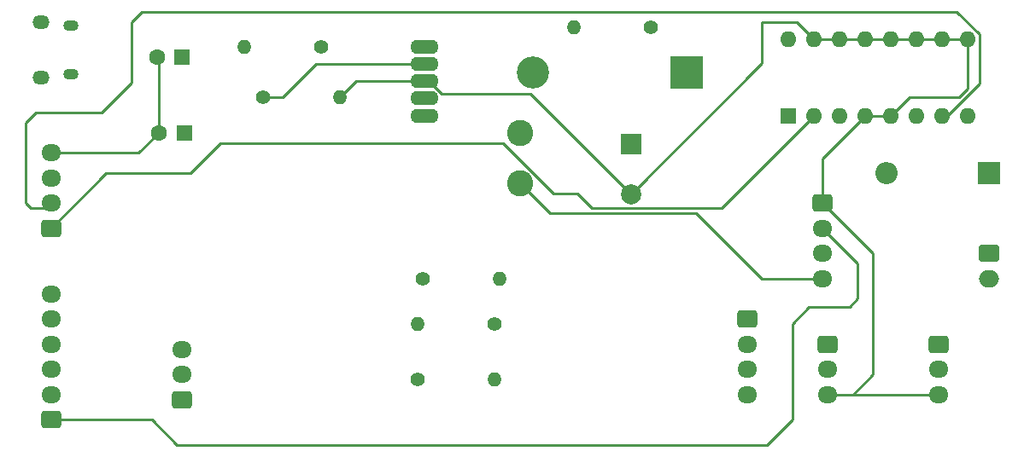
<source format=gbr>
%TF.GenerationSoftware,KiCad,Pcbnew,8.0.1*%
%TF.CreationDate,2024-03-22T20:00:45-04:00*%
%TF.ProjectId,PowerBoost_PCB,506f7765-7242-46f6-9f73-745f5043422e,rev?*%
%TF.SameCoordinates,Original*%
%TF.FileFunction,Copper,L2,Bot*%
%TF.FilePolarity,Positive*%
%FSLAX46Y46*%
G04 Gerber Fmt 4.6, Leading zero omitted, Abs format (unit mm)*
G04 Created by KiCad (PCBNEW 8.0.1) date 2024-03-22 20:00:45*
%MOMM*%
%LPD*%
G01*
G04 APERTURE LIST*
G04 Aperture macros list*
%AMRoundRect*
0 Rectangle with rounded corners*
0 $1 Rounding radius*
0 $2 $3 $4 $5 $6 $7 $8 $9 X,Y pos of 4 corners*
0 Add a 4 corners polygon primitive as box body*
4,1,4,$2,$3,$4,$5,$6,$7,$8,$9,$2,$3,0*
0 Add four circle primitives for the rounded corners*
1,1,$1+$1,$2,$3*
1,1,$1+$1,$4,$5*
1,1,$1+$1,$6,$7*
1,1,$1+$1,$8,$9*
0 Add four rect primitives between the rounded corners*
20,1,$1+$1,$2,$3,$4,$5,0*
20,1,$1+$1,$4,$5,$6,$7,0*
20,1,$1+$1,$6,$7,$8,$9,0*
20,1,$1+$1,$8,$9,$2,$3,0*%
G04 Aperture macros list end*
%TA.AperFunction,ComponentPad*%
%ADD10RoundRect,0.250000X0.725000X-0.600000X0.725000X0.600000X-0.725000X0.600000X-0.725000X-0.600000X0*%
%TD*%
%TA.AperFunction,ComponentPad*%
%ADD11O,1.950000X1.700000*%
%TD*%
%TA.AperFunction,ComponentPad*%
%ADD12C,2.600000*%
%TD*%
%TA.AperFunction,ComponentPad*%
%ADD13R,1.600000X1.600000*%
%TD*%
%TA.AperFunction,ComponentPad*%
%ADD14C,1.600000*%
%TD*%
%TA.AperFunction,ComponentPad*%
%ADD15R,3.200000X3.200000*%
%TD*%
%TA.AperFunction,ComponentPad*%
%ADD16O,3.200000X3.200000*%
%TD*%
%TA.AperFunction,ComponentPad*%
%ADD17R,2.200000X2.200000*%
%TD*%
%TA.AperFunction,ComponentPad*%
%ADD18O,2.200000X2.200000*%
%TD*%
%TA.AperFunction,ComponentPad*%
%ADD19C,1.400000*%
%TD*%
%TA.AperFunction,ComponentPad*%
%ADD20O,1.400000X1.400000*%
%TD*%
%TA.AperFunction,ComponentPad*%
%ADD21O,1.700000X1.350000*%
%TD*%
%TA.AperFunction,ComponentPad*%
%ADD22O,1.500000X1.100000*%
%TD*%
%TA.AperFunction,ComponentPad*%
%ADD23RoundRect,0.250000X-0.725000X0.600000X-0.725000X-0.600000X0.725000X-0.600000X0.725000X0.600000X0*%
%TD*%
%TA.AperFunction,ComponentPad*%
%ADD24R,2.000000X2.000000*%
%TD*%
%TA.AperFunction,ComponentPad*%
%ADD25C,2.000000*%
%TD*%
%TA.AperFunction,ComponentPad*%
%ADD26O,2.800000X1.400000*%
%TD*%
%TA.AperFunction,ComponentPad*%
%ADD27O,1.600000X1.600000*%
%TD*%
%TA.AperFunction,ComponentPad*%
%ADD28RoundRect,0.250000X-0.750000X0.600000X-0.750000X-0.600000X0.750000X-0.600000X0.750000X0.600000X0*%
%TD*%
%TA.AperFunction,ComponentPad*%
%ADD29O,2.000000X1.700000*%
%TD*%
%TA.AperFunction,Conductor*%
%ADD30C,0.250000*%
%TD*%
G04 APERTURE END LIST*
D10*
%TO.P,GPIOSOLENOID1,1,Pin_1*%
%TO.N,Net-(GPIOSOLENOID1-Pin_1)*%
X28000000Y-44000000D03*
D11*
%TO.P,GPIOSOLENOID1,2,Pin_2*%
%TO.N,Net-(GPIOSOLENOID1-Pin_2)*%
X28000000Y-41500000D03*
%TO.P,GPIOSOLENOID1,3,Pin_3*%
%TO.N,Net-(GPIOSOLENOID1-Pin_3)*%
X28000000Y-39000000D03*
%TO.P,GPIOSOLENOID1,4,Pin_4*%
%TO.N,GND*%
X28000000Y-36500000D03*
%TD*%
D12*
%TO.P,L1,1,1*%
%TO.N,+5V*%
X74500000Y-39500000D03*
%TO.P,L1,2,2*%
%TO.N,Net-(D1-A)*%
X74500000Y-34500000D03*
%TD*%
D10*
%TO.P,GPIOSERVO1,1,Pin_1*%
%TO.N,GND*%
X41000000Y-61000000D03*
D11*
%TO.P,GPIOSERVO1,2,Pin_2*%
%TO.N,Net-(GPIOSERVO1-Pin_2)*%
X41000000Y-58500000D03*
%TO.P,GPIOSERVO1,3,Pin_3*%
%TO.N,Net-(GPIOSERVO1-Pin_3)*%
X41000000Y-56000000D03*
%TD*%
D13*
%TO.P,C2,1*%
%TO.N,+5V*%
X41205113Y-34500000D03*
D14*
%TO.P,C2,2*%
%TO.N,GND*%
X38705113Y-34500000D03*
%TD*%
D15*
%TO.P,D1,1,K*%
%TO.N,+12V*%
X91000000Y-28500000D03*
D16*
%TO.P,D1,2,A*%
%TO.N,Net-(D1-A)*%
X75760000Y-28500000D03*
%TD*%
D17*
%TO.P,D2,1,K*%
%TO.N,Net-(D2-K)*%
X121000000Y-38500000D03*
D18*
%TO.P,D2,2,A*%
%TO.N,Net-(D2-A)*%
X110840000Y-38500000D03*
%TD*%
D19*
%TO.P,R6,1*%
%TO.N,Net-(GPIOINPUT1-Pin_4)*%
X64380000Y-59000000D03*
D20*
%TO.P,R6,2*%
%TO.N,Net-(RGBLED1-Pin_3)*%
X72000000Y-59000000D03*
%TD*%
D21*
%TO.P,J4,6,Shield*%
%TO.N,unconnected-(J4-Shield-Pad6)*%
X27000000Y-29000000D03*
D22*
X30000000Y-28690000D03*
X30000000Y-23850000D03*
D21*
X27000000Y-23540000D03*
%TD*%
D13*
%TO.P,C1,1*%
%TO.N,Net-(C1-Pad1)*%
X41000000Y-27000000D03*
D14*
%TO.P,C1,2*%
%TO.N,GND*%
X38500000Y-27000000D03*
%TD*%
D19*
%TO.P,R5,1*%
%TO.N,Net-(RGBLED1-Pin_2)*%
X72000000Y-53500000D03*
D20*
%TO.P,R5,2*%
%TO.N,Net-(GPIOINPUT1-Pin_5)*%
X64380000Y-53500000D03*
%TD*%
D23*
%TO.P,UltrasonicSensor1,1,Pin_1*%
%TO.N,GND*%
X104500000Y-41500000D03*
D11*
%TO.P,UltrasonicSensor1,2,Pin_2*%
%TO.N,Net-(GPIOINPUT1-Pin_1)*%
X104500000Y-44000000D03*
%TO.P,UltrasonicSensor1,3,Pin_3*%
%TO.N,Net-(GPIOINPUT1-Pin_2)*%
X104500000Y-46500000D03*
%TO.P,UltrasonicSensor1,4,Pin_4*%
%TO.N,+5V*%
X104500000Y-49000000D03*
%TD*%
D23*
%TO.P,Servo1,1,Pin_1*%
%TO.N,Net-(GPIOSERVO1-Pin_2)*%
X116000000Y-55500000D03*
D11*
%TO.P,Servo1,2,Pin_2*%
%TO.N,+5V*%
X116000000Y-58000000D03*
%TO.P,Servo1,3,Pin_3*%
%TO.N,GND*%
X116000000Y-60500000D03*
%TD*%
D19*
%TO.P,R3,1*%
%TO.N,Net-(U1-COMP)*%
X54810000Y-26000000D03*
D20*
%TO.P,R3,2*%
%TO.N,Net-(C1-Pad1)*%
X47190000Y-26000000D03*
%TD*%
D10*
%TO.P,GPIOINPUT1,1,Pin_1*%
%TO.N,Net-(GPIOINPUT1-Pin_1)*%
X28000000Y-63000000D03*
D11*
%TO.P,GPIOINPUT1,2,Pin_2*%
%TO.N,Net-(GPIOINPUT1-Pin_2)*%
X28000000Y-60500000D03*
%TO.P,GPIOINPUT1,3,Pin_3*%
%TO.N,Net-(GPIOINPUT1-Pin_3)*%
X28000000Y-58000000D03*
%TO.P,GPIOINPUT1,4,Pin_4*%
%TO.N,Net-(GPIOINPUT1-Pin_4)*%
X28000000Y-55500000D03*
%TO.P,GPIOINPUT1,5,Pin_5*%
%TO.N,Net-(GPIOINPUT1-Pin_5)*%
X28000000Y-53000000D03*
%TO.P,GPIOINPUT1,6,Pin_6*%
%TO.N,Net-(GPIOINPUT1-Pin_6)*%
X28000000Y-50500000D03*
%TD*%
D23*
%TO.P,Servo2,1,Pin_1*%
%TO.N,Net-(GPIOSERVO1-Pin_3)*%
X105000000Y-55500000D03*
D11*
%TO.P,Servo2,2,Pin_2*%
%TO.N,+5V*%
X105000000Y-58000000D03*
%TO.P,Servo2,3,Pin_3*%
%TO.N,GND*%
X105000000Y-60500000D03*
%TD*%
D24*
%TO.P,C3,1*%
%TO.N,+12V*%
X85500000Y-35632323D03*
D25*
%TO.P,C3,2*%
%TO.N,GND*%
X85500000Y-40632323D03*
%TD*%
D23*
%TO.P,RGBLED1,1,Pin_1*%
%TO.N,Net-(RGBLED1-Pin_1)*%
X97000000Y-53000000D03*
D11*
%TO.P,RGBLED1,2,Pin_2*%
%TO.N,Net-(RGBLED1-Pin_2)*%
X97000000Y-55500000D03*
%TO.P,RGBLED1,3,Pin_3*%
%TO.N,Net-(RGBLED1-Pin_3)*%
X97000000Y-58000000D03*
%TO.P,RGBLED1,4,Pin_4*%
%TO.N,Net-(GPIOINPUT1-Pin_3)*%
X97000000Y-60500000D03*
%TD*%
D26*
%TO.P,U1,1,COMP*%
%TO.N,Net-(U1-COMP)*%
X65000000Y-26000000D03*
%TO.P,U1,2,FEEDBACK*%
%TO.N,Net-(U1-FEEDBACK)*%
X65000000Y-27700000D03*
%TO.P,U1,3,GROUND*%
%TO.N,GND*%
X65000000Y-29400000D03*
%TO.P,U1,4,SWITCH*%
%TO.N,Net-(D1-A)*%
X65000000Y-31100000D03*
%TO.P,U1,5,VIN*%
%TO.N,+5V*%
X65000000Y-32800000D03*
%TD*%
D19*
%TO.P,R1,1*%
%TO.N,+12V*%
X87500000Y-24000000D03*
D20*
%TO.P,R1,2*%
%TO.N,Net-(U1-FEEDBACK)*%
X79880000Y-24000000D03*
%TD*%
D19*
%TO.P,R2,1*%
%TO.N,Net-(U1-FEEDBACK)*%
X49000000Y-31000000D03*
D20*
%TO.P,R2,2*%
%TO.N,GND*%
X56620000Y-31000000D03*
%TD*%
D13*
%TO.P,U2,1,EN1\u002C2*%
%TO.N,Net-(GPIOSOLENOID1-Pin_3)*%
X101125000Y-32800000D03*
D27*
%TO.P,U2,2,1A*%
%TO.N,Net-(GPIOSOLENOID1-Pin_1)*%
X103665000Y-32800000D03*
%TO.P,U2,3,1Y*%
%TO.N,Net-(D2-A)*%
X106205000Y-32800000D03*
%TO.P,U2,4,GND*%
%TO.N,GND*%
X108745000Y-32800000D03*
%TO.P,U2,5,GND*%
X111285000Y-32800000D03*
%TO.P,U2,6,2Y*%
%TO.N,Net-(D2-K)*%
X113825000Y-32800000D03*
%TO.P,U2,7,2A*%
%TO.N,Net-(GPIOSOLENOID1-Pin_2)*%
X116365000Y-32800000D03*
%TO.P,U2,8,VCC2*%
%TO.N,+12V*%
X118905000Y-32800000D03*
%TO.P,U2,9,EN3\u002C4*%
%TO.N,GND*%
X118905000Y-25180000D03*
%TO.P,U2,10,3A*%
X116365000Y-25180000D03*
%TO.P,U2,11,3Y*%
X113825000Y-25180000D03*
%TO.P,U2,12,GND*%
X111285000Y-25180000D03*
%TO.P,U2,13,GND*%
X108745000Y-25180000D03*
%TO.P,U2,14,4Y*%
X106205000Y-25180000D03*
%TO.P,U2,15,4A*%
X103665000Y-25180000D03*
%TO.P,U2,16,VCC1*%
%TO.N,+12V*%
X101125000Y-25180000D03*
%TD*%
D19*
%TO.P,R4,1*%
%TO.N,Net-(GPIOINPUT1-Pin_6)*%
X64880000Y-49000000D03*
D20*
%TO.P,R4,2*%
%TO.N,Net-(RGBLED1-Pin_1)*%
X72500000Y-49000000D03*
%TD*%
D28*
%TO.P,SOLENOID1,1,Pin_1*%
%TO.N,Net-(D2-K)*%
X121000000Y-46500000D03*
D29*
%TO.P,SOLENOID1,2,Pin_2*%
%TO.N,Net-(D2-A)*%
X121000000Y-49000000D03*
%TD*%
D30*
%TO.N,GND*%
X111285000Y-32800000D02*
X108745000Y-32800000D01*
X111285000Y-32800000D02*
X113085000Y-31000000D01*
X113085000Y-31000000D02*
X118000000Y-31000000D01*
X118000000Y-31000000D02*
X118905000Y-30095000D01*
X118905000Y-30095000D02*
X118905000Y-25180000D01*
%TO.N,Net-(GPIOSOLENOID1-Pin_2)*%
X36000000Y-23500000D02*
X37000000Y-22500000D01*
X117815991Y-22500000D02*
X120030000Y-24714009D01*
X27500000Y-42000000D02*
X26000000Y-42000000D01*
X25500000Y-33500000D02*
X26500000Y-32500000D01*
X120030000Y-29606396D02*
X116836396Y-32800000D01*
X26000000Y-42000000D02*
X25500000Y-41500000D01*
X26500000Y-32500000D02*
X33000000Y-32500000D01*
X28000000Y-41500000D02*
X27500000Y-42000000D01*
X33000000Y-32500000D02*
X36000000Y-29500000D01*
X36000000Y-29500000D02*
X36000000Y-23500000D01*
X25500000Y-41500000D02*
X25500000Y-33500000D01*
X37000000Y-22500000D02*
X117815991Y-22500000D01*
X120030000Y-24714009D02*
X120030000Y-29606396D01*
X116836396Y-32800000D02*
X116365000Y-32800000D01*
%TO.N,+5V*%
X98500000Y-49000000D02*
X104500000Y-49000000D01*
X92000000Y-42500000D02*
X98500000Y-49000000D01*
X77500000Y-42500000D02*
X92000000Y-42500000D01*
X74500000Y-39500000D02*
X77500000Y-42500000D01*
%TO.N,Net-(U1-FEEDBACK)*%
X49000000Y-31000000D02*
X51000000Y-31000000D01*
X54300000Y-27700000D02*
X65000000Y-27700000D01*
X51000000Y-31000000D02*
X54300000Y-27700000D01*
%TO.N,GND*%
X66725000Y-30675431D02*
X65449569Y-29400000D01*
X98500000Y-23500000D02*
X101985000Y-23500000D01*
X38705113Y-34500000D02*
X38705113Y-27205113D01*
X109500000Y-58500000D02*
X109500000Y-46500000D01*
X38705113Y-27205113D02*
X38500000Y-27000000D01*
X85500000Y-40632323D02*
X75543108Y-30675431D01*
X103665000Y-25180000D02*
X106205000Y-25180000D01*
X65449569Y-29400000D02*
X65000000Y-29400000D01*
X109500000Y-46500000D02*
X104500000Y-41500000D01*
X28000000Y-36500000D02*
X36705113Y-36500000D01*
X104500000Y-37045000D02*
X108745000Y-32800000D01*
X104500000Y-41500000D02*
X104500000Y-37045000D01*
X106205000Y-25180000D02*
X118905000Y-25180000D01*
X36705113Y-36500000D02*
X38705113Y-34500000D01*
X75543108Y-30675431D02*
X66725000Y-30675431D01*
X98500000Y-27632323D02*
X98500000Y-23500000D01*
X101985000Y-23500000D02*
X103665000Y-25180000D01*
X58220000Y-29400000D02*
X65000000Y-29400000D01*
X56620000Y-31000000D02*
X58220000Y-29400000D01*
X105000000Y-60500000D02*
X107500000Y-60500000D01*
X107500000Y-60500000D02*
X109500000Y-58500000D01*
X85500000Y-40632323D02*
X98500000Y-27632323D01*
X105000000Y-60500000D02*
X116000000Y-60500000D01*
%TO.N,Net-(GPIOSOLENOID1-Pin_1)*%
X77848098Y-40550000D02*
X80186396Y-40550000D01*
X72848098Y-35550000D02*
X77848098Y-40550000D01*
X33450000Y-38550000D02*
X41813604Y-38550000D01*
X44813604Y-35550000D02*
X72848098Y-35550000D01*
X28000000Y-44000000D02*
X33450000Y-38550000D01*
X81636396Y-42000000D02*
X94465000Y-42000000D01*
X94465000Y-42000000D02*
X103665000Y-32800000D01*
X80186396Y-40550000D02*
X81636396Y-42000000D01*
X41813604Y-38550000D02*
X44813604Y-35550000D01*
%TO.N,Net-(GPIOINPUT1-Pin_1)*%
X101500000Y-53500000D02*
X103175000Y-51825000D01*
X101500000Y-63000000D02*
X101500000Y-53500000D01*
X28000000Y-63000000D02*
X38000000Y-63000000D01*
X103175000Y-51825000D02*
X107175000Y-51825000D01*
X38000000Y-63000000D02*
X40500000Y-65500000D01*
X108000000Y-47500000D02*
X104500000Y-44000000D01*
X40500000Y-65500000D02*
X99000000Y-65500000D01*
X99000000Y-65500000D02*
X101500000Y-63000000D01*
X108000000Y-51000000D02*
X108000000Y-47500000D01*
X107175000Y-51825000D02*
X108000000Y-51000000D01*
%TD*%
M02*

</source>
